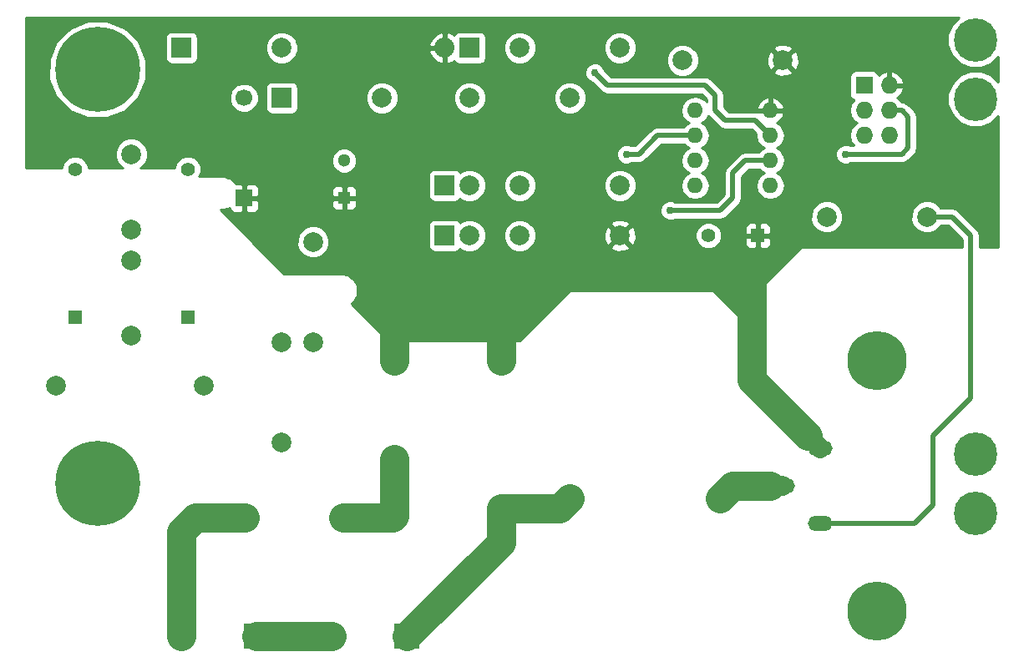
<source format=gbl>
G04 #@! TF.FileFunction,Copper,L2,Bot,Signal*
%FSLAX46Y46*%
G04 Gerber Fmt 4.6, Leading zero omitted, Abs format (unit mm)*
G04 Created by KiCad (PCBNEW 4.0.5+dfsg1-4) date Wed Mar 13 23:51:39 2019*
%MOMM*%
%LPD*%
G01*
G04 APERTURE LIST*
%ADD10C,0.100000*%
%ADD11O,1.600000X1.600000*%
%ADD12C,0.750000*%
%ADD13O,2.499360X1.501140*%
%ADD14C,1.998980*%
%ADD15R,1.400000X1.400000*%
%ADD16C,1.400000*%
%ADD17R,1.300000X1.300000*%
%ADD18C,1.300000*%
%ADD19C,1.699260*%
%ADD20R,1.699260X1.699260*%
%ADD21R,1.998980X1.998980*%
%ADD22R,2.000000X2.000000*%
%ADD23C,2.000000*%
%ADD24C,2.349500*%
%ADD25R,2.540000X2.540000*%
%ADD26C,2.540000*%
%ADD27C,5.999480*%
%ADD28C,4.400000*%
%ADD29C,0.600000*%
%ADD30C,8.600000*%
%ADD31C,0.700000*%
%ADD32R,2.032000X2.032000*%
%ADD33O,2.032000X2.032000*%
%ADD34R,1.727200X1.727200*%
%ADD35O,1.727200X1.727200*%
%ADD36C,3.000000*%
%ADD37C,2.000000*%
%ADD38C,0.500000*%
%ADD39C,0.254000*%
G04 APERTURE END LIST*
D10*
D11*
X127000000Y-83820000D03*
X127000000Y-86360000D03*
X127000000Y-88900000D03*
X127000000Y-91440000D03*
X134620000Y-91440000D03*
X134620000Y-88900000D03*
X134620000Y-86360000D03*
X134620000Y-83820000D03*
D12*
X131445000Y-101600000D03*
X132715000Y-111125000D03*
X130175000Y-86360000D03*
X125730000Y-95885000D03*
X112395000Y-96520000D03*
X113030000Y-87630000D03*
X97790000Y-94615000D03*
X103505000Y-93980000D03*
X104140000Y-86995000D03*
X98425000Y-85090000D03*
X108585000Y-83820000D03*
X120650000Y-83820000D03*
X121285000Y-74930000D03*
X151765000Y-74930000D03*
X123825000Y-90805000D03*
X128905000Y-91440000D03*
X123825000Y-80010000D03*
X124460000Y-84455000D03*
X125095000Y-87630000D03*
X148590000Y-77470000D03*
X128270000Y-76835000D03*
X130175000Y-80645000D03*
X141605000Y-82550000D03*
X132715000Y-86995000D03*
X132715000Y-90805000D03*
X146050000Y-90170000D03*
X152400000Y-87630000D03*
X156210000Y-93980000D03*
X145415000Y-95885000D03*
X102235000Y-104775000D03*
X91440000Y-99695000D03*
X76200000Y-85725000D03*
X79375000Y-79375000D03*
X71755000Y-76200000D03*
X60960000Y-76200000D03*
D13*
X135890000Y-121920000D03*
X139700000Y-118110000D03*
X139700000Y-125730000D03*
D14*
X114300000Y-123190000D03*
X129540000Y-123190000D03*
D15*
X75565000Y-104775000D03*
D16*
X75565000Y-89775000D03*
D15*
X64135000Y-104775000D03*
D16*
X64135000Y-89775000D03*
D17*
X91440000Y-92710000D03*
D18*
X91440000Y-88910000D03*
D15*
X133350000Y-96520000D03*
D16*
X128350000Y-96520000D03*
D15*
X107315000Y-124220000D03*
D16*
X107315000Y-109220000D03*
D19*
X81277460Y-82549480D03*
D20*
X81277460Y-92709480D03*
D14*
X85090000Y-77467460D03*
D21*
X74930000Y-77467460D03*
D14*
X95250000Y-82547460D03*
D21*
X85090000Y-82547460D03*
D22*
X101600000Y-96520000D03*
D23*
X104140000Y-96520000D03*
D22*
X101600000Y-91440000D03*
D23*
X104140000Y-91440000D03*
D24*
X91361260Y-125095000D03*
X96359980Y-125095000D03*
X81358740Y-125095000D03*
X76360020Y-125095000D03*
D25*
X82550000Y-137160000D03*
D26*
X74930000Y-137160000D03*
D25*
X97790000Y-137160000D03*
D26*
X90170000Y-137160000D03*
D14*
X77230000Y-111760000D03*
X62230000Y-111760000D03*
X119380000Y-96520000D03*
X109220000Y-96520000D03*
X119380000Y-91440000D03*
X109220000Y-91440000D03*
X119380000Y-77470000D03*
X109220000Y-77470000D03*
X114300000Y-82550000D03*
X104140000Y-82550000D03*
X88265000Y-107315000D03*
X88265000Y-97155000D03*
X85090000Y-117475000D03*
X85090000Y-107315000D03*
X125730000Y-78740000D03*
X135890000Y-78740000D03*
X150495000Y-94615000D03*
X140335000Y-94615000D03*
D27*
X145415000Y-109220000D03*
X145415000Y-134620000D03*
D28*
X155420000Y-124660000D03*
D29*
X157070000Y-124660000D03*
X156586726Y-125826726D03*
X155420000Y-126310000D03*
X154253274Y-125826726D03*
X153770000Y-124660000D03*
X154253274Y-123493274D03*
X155420000Y-123010000D03*
X156586726Y-123493274D03*
D28*
X155420000Y-118660000D03*
D29*
X157070000Y-118660000D03*
X156586726Y-119826726D03*
X155420000Y-120310000D03*
X154253274Y-119826726D03*
X153770000Y-118660000D03*
X154253274Y-117493274D03*
X155420000Y-117010000D03*
X156586726Y-117493274D03*
D28*
X155420000Y-76660000D03*
D29*
X157070000Y-76660000D03*
X156586726Y-77826726D03*
X155420000Y-78310000D03*
X154253274Y-77826726D03*
X153770000Y-76660000D03*
X154253274Y-75493274D03*
X155420000Y-75010000D03*
X156586726Y-75493274D03*
D28*
X155420000Y-82660000D03*
D29*
X157070000Y-82660000D03*
X156586726Y-83826726D03*
X155420000Y-84310000D03*
X154253274Y-83826726D03*
X153770000Y-82660000D03*
X154253274Y-81493274D03*
X155420000Y-81010000D03*
X156586726Y-81493274D03*
D14*
X69850000Y-106680000D03*
X69850000Y-99060000D03*
X69850000Y-95885000D03*
X69850000Y-88265000D03*
D30*
X66420000Y-79660000D03*
D31*
X69645000Y-79660000D03*
X68700419Y-81940419D03*
X66420000Y-82885000D03*
X64139581Y-81940419D03*
X63195000Y-79660000D03*
X64139581Y-77379581D03*
X66420000Y-76435000D03*
X68700419Y-77379581D03*
D30*
X66420000Y-121660000D03*
D31*
X69645000Y-121660000D03*
X68700419Y-123940419D03*
X66420000Y-124885000D03*
X64139581Y-123940419D03*
X63195000Y-121660000D03*
X64139581Y-119379581D03*
X66420000Y-118435000D03*
X68700419Y-119379581D03*
D32*
X104140000Y-77470000D03*
D33*
X101600000Y-77470000D03*
D34*
X144145000Y-81280000D03*
D35*
X146685000Y-81280000D03*
X144145000Y-83820000D03*
X146685000Y-83820000D03*
X144145000Y-86360000D03*
X146685000Y-86360000D03*
D15*
X96520000Y-119220000D03*
D16*
X96520000Y-109220000D03*
D12*
X60960000Y-87630000D03*
X120015000Y-88265000D03*
X142240000Y-88265000D03*
X124460000Y-93980000D03*
X116840000Y-80010000D03*
D36*
X132715000Y-104140000D02*
X128905000Y-100330000D01*
X138430000Y-116840000D02*
X132715000Y-111125000D01*
X132715000Y-111125000D02*
X132715000Y-104140000D01*
X132715000Y-104140000D02*
X132715000Y-100330000D01*
D37*
X139700000Y-118110000D02*
X138430000Y-116840000D01*
D36*
X107315000Y-109220000D02*
X107315000Y-105410000D01*
X96520000Y-109220000D02*
X96520000Y-105410000D01*
X107315000Y-124220000D02*
X107315000Y-127635000D01*
X107315000Y-127635000D02*
X97790000Y-137160000D01*
X107315000Y-124220000D02*
X113270000Y-124220000D01*
X113270000Y-124220000D02*
X114300000Y-123190000D01*
X134620000Y-121920000D02*
X130810000Y-121920000D01*
X130810000Y-121920000D02*
X129540000Y-123190000D01*
D37*
X135890000Y-121920000D02*
X134620000Y-121920000D01*
D36*
X96520000Y-119220000D02*
X96520000Y-124934980D01*
X96520000Y-124934980D02*
X96359980Y-125095000D01*
X91361260Y-125095000D02*
X96359980Y-125095000D01*
X76360020Y-125095000D02*
X81358740Y-125095000D01*
X74930000Y-137160000D02*
X74930000Y-126525020D01*
X74930000Y-126525020D02*
X76360020Y-125095000D01*
D38*
X127000000Y-86360000D02*
X123190000Y-86360000D01*
X123190000Y-86360000D02*
X121285000Y-88265000D01*
X121285000Y-88265000D02*
X120015000Y-88265000D01*
X146685000Y-83820000D02*
X147955000Y-83820000D01*
X147955000Y-83820000D02*
X148590000Y-84455000D01*
X148590000Y-84455000D02*
X148590000Y-87630000D01*
X148590000Y-87630000D02*
X147955000Y-88265000D01*
X147955000Y-88265000D02*
X142240000Y-88265000D01*
X130810000Y-90170000D02*
X130810000Y-92710000D01*
X132080000Y-88900000D02*
X134620000Y-88900000D01*
X130810000Y-90170000D02*
X132080000Y-88900000D01*
X129540000Y-93980000D02*
X130810000Y-92710000D01*
X124460000Y-93980000D02*
X129540000Y-93980000D01*
X134620000Y-86360000D02*
X133096000Y-84836000D01*
X133096000Y-84836000D02*
X130048000Y-84836000D01*
X130048000Y-84836000D02*
X129032000Y-83820000D01*
X129032000Y-83820000D02*
X129032000Y-82296000D01*
X129032000Y-82296000D02*
X128016000Y-81280000D01*
X128016000Y-81280000D02*
X118110000Y-81280000D01*
X118110000Y-81280000D02*
X116840000Y-80010000D01*
D36*
X82550000Y-137160000D02*
X90170000Y-137160000D01*
D38*
X151130000Y-116840000D02*
X151130000Y-123825000D01*
X151130000Y-123825000D02*
X149225000Y-125730000D01*
X149225000Y-125730000D02*
X139700000Y-125730000D01*
X154940000Y-113030000D02*
X154940000Y-96520000D01*
X151130000Y-116840000D02*
X154940000Y-113030000D01*
X154940000Y-96520000D02*
X153035000Y-94615000D01*
X153035000Y-94615000D02*
X150495000Y-94615000D01*
D39*
G36*
X153018005Y-75052005D02*
X152585493Y-76093610D01*
X152584509Y-77221442D01*
X153015202Y-78263801D01*
X153812005Y-79061995D01*
X154853610Y-79494507D01*
X155981442Y-79495491D01*
X157023801Y-79064798D01*
X157710000Y-78379795D01*
X157710000Y-80941201D01*
X157027995Y-80258005D01*
X155986390Y-79825493D01*
X154858558Y-79824509D01*
X153816199Y-80255202D01*
X153018005Y-81052005D01*
X152585493Y-82093610D01*
X152584509Y-83221442D01*
X153015202Y-84263801D01*
X153812005Y-85061995D01*
X154853610Y-85494507D01*
X155981442Y-85495491D01*
X157023801Y-85064798D01*
X157710000Y-84379795D01*
X157710000Y-97663000D01*
X155825000Y-97663000D01*
X155825000Y-96520005D01*
X155825001Y-96520000D01*
X155766903Y-96227927D01*
X155757633Y-96181325D01*
X155565790Y-95894210D01*
X155565787Y-95894208D01*
X153660790Y-93989210D01*
X153529309Y-93901358D01*
X153373675Y-93797367D01*
X153317484Y-93786190D01*
X153035000Y-93729999D01*
X153034995Y-93730000D01*
X151897847Y-93730000D01*
X151881462Y-93690345D01*
X151422073Y-93230154D01*
X150821547Y-92980794D01*
X150171306Y-92980226D01*
X149570345Y-93228538D01*
X149110154Y-93687927D01*
X148860794Y-94288453D01*
X148860226Y-94938694D01*
X149108538Y-95539655D01*
X149567927Y-95999846D01*
X150168453Y-96249206D01*
X150818694Y-96249774D01*
X151419655Y-96001462D01*
X151879846Y-95542073D01*
X151897316Y-95500000D01*
X152668420Y-95500000D01*
X154055000Y-96886579D01*
X154055000Y-97663000D01*
X137795000Y-97663000D01*
X137747211Y-97672334D01*
X137705197Y-97700197D01*
X133297394Y-102108000D01*
X114300000Y-102108000D01*
X114252211Y-102117334D01*
X114210197Y-102145197D01*
X109167394Y-107188000D01*
X95937606Y-107188000D01*
X92169896Y-103420290D01*
X92211561Y-103392451D01*
X92265986Y-103338026D01*
X92407451Y-103196562D01*
X92624223Y-102872138D01*
X92691778Y-102709046D01*
X92730238Y-102616196D01*
X92806358Y-102233514D01*
X92806358Y-101956486D01*
X92730238Y-101573804D01*
X92668136Y-101423877D01*
X92624223Y-101317862D01*
X92407451Y-100993438D01*
X92211562Y-100797550D01*
X92211561Y-100797549D01*
X91887138Y-100580776D01*
X91703368Y-100504657D01*
X91631196Y-100474762D01*
X91248513Y-100398642D01*
X91178584Y-100398642D01*
X91110000Y-100385000D01*
X85324606Y-100385000D01*
X82418300Y-97478694D01*
X86630226Y-97478694D01*
X86878538Y-98079655D01*
X87337927Y-98539846D01*
X87938453Y-98789206D01*
X88588694Y-98789774D01*
X89189655Y-98541462D01*
X89649846Y-98082073D01*
X89899206Y-97481547D01*
X89899774Y-96831306D01*
X89651462Y-96230345D01*
X89192073Y-95770154D01*
X88591547Y-95520794D01*
X87941306Y-95520226D01*
X87340345Y-95768538D01*
X86880154Y-96227927D01*
X86630794Y-96828453D01*
X86630226Y-97478694D01*
X82418300Y-97478694D01*
X80459606Y-95520000D01*
X99952560Y-95520000D01*
X99952560Y-97520000D01*
X99996838Y-97755317D01*
X100135910Y-97971441D01*
X100348110Y-98116431D01*
X100600000Y-98167440D01*
X102600000Y-98167440D01*
X102835317Y-98123162D01*
X103051441Y-97984090D01*
X103148910Y-97841439D01*
X103212637Y-97905278D01*
X103813352Y-98154716D01*
X104463795Y-98155284D01*
X105064943Y-97906894D01*
X105525278Y-97447363D01*
X105774716Y-96846648D01*
X105774718Y-96843694D01*
X107585226Y-96843694D01*
X107833538Y-97444655D01*
X108292927Y-97904846D01*
X108893453Y-98154206D01*
X109543694Y-98154774D01*
X110144655Y-97906462D01*
X110379363Y-97672163D01*
X118407443Y-97672163D01*
X118506042Y-97938965D01*
X119115582Y-98165401D01*
X119765377Y-98141341D01*
X120253958Y-97938965D01*
X120352557Y-97672163D01*
X119380000Y-96699605D01*
X118407443Y-97672163D01*
X110379363Y-97672163D01*
X110604846Y-97447073D01*
X110854206Y-96846547D01*
X110854722Y-96255582D01*
X117734599Y-96255582D01*
X117758659Y-96905377D01*
X117961035Y-97393958D01*
X118227837Y-97492557D01*
X119200395Y-96520000D01*
X119559605Y-96520000D01*
X120532163Y-97492557D01*
X120798965Y-97393958D01*
X121025401Y-96784418D01*
X121025400Y-96784383D01*
X127014769Y-96784383D01*
X127217582Y-97275229D01*
X127592796Y-97651098D01*
X128083287Y-97854768D01*
X128614383Y-97855231D01*
X129105229Y-97652418D01*
X129481098Y-97277204D01*
X129676863Y-96805750D01*
X132015000Y-96805750D01*
X132015000Y-97346310D01*
X132111673Y-97579699D01*
X132290302Y-97758327D01*
X132523691Y-97855000D01*
X133064250Y-97855000D01*
X133223000Y-97696250D01*
X133223000Y-96647000D01*
X133477000Y-96647000D01*
X133477000Y-97696250D01*
X133635750Y-97855000D01*
X134176309Y-97855000D01*
X134409698Y-97758327D01*
X134588327Y-97579699D01*
X134685000Y-97346310D01*
X134685000Y-96805750D01*
X134526250Y-96647000D01*
X133477000Y-96647000D01*
X133223000Y-96647000D01*
X132173750Y-96647000D01*
X132015000Y-96805750D01*
X129676863Y-96805750D01*
X129684768Y-96786713D01*
X129685231Y-96255617D01*
X129482418Y-95764771D01*
X129411461Y-95693690D01*
X132015000Y-95693690D01*
X132015000Y-96234250D01*
X132173750Y-96393000D01*
X133223000Y-96393000D01*
X133223000Y-95343750D01*
X133477000Y-95343750D01*
X133477000Y-96393000D01*
X134526250Y-96393000D01*
X134685000Y-96234250D01*
X134685000Y-95693690D01*
X134588327Y-95460301D01*
X134409698Y-95281673D01*
X134176309Y-95185000D01*
X133635750Y-95185000D01*
X133477000Y-95343750D01*
X133223000Y-95343750D01*
X133064250Y-95185000D01*
X132523691Y-95185000D01*
X132290302Y-95281673D01*
X132111673Y-95460301D01*
X132015000Y-95693690D01*
X129411461Y-95693690D01*
X129107204Y-95388902D01*
X128616713Y-95185232D01*
X128085617Y-95184769D01*
X127594771Y-95387582D01*
X127218902Y-95762796D01*
X127015232Y-96253287D01*
X127014769Y-96784383D01*
X121025400Y-96784383D01*
X121001341Y-96134623D01*
X120798965Y-95646042D01*
X120532163Y-95547443D01*
X119559605Y-96520000D01*
X119200395Y-96520000D01*
X118227837Y-95547443D01*
X117961035Y-95646042D01*
X117734599Y-96255582D01*
X110854722Y-96255582D01*
X110854774Y-96196306D01*
X110606462Y-95595345D01*
X110379351Y-95367837D01*
X118407443Y-95367837D01*
X119380000Y-96340395D01*
X120352557Y-95367837D01*
X120253958Y-95101035D01*
X119644418Y-94874599D01*
X118994623Y-94898659D01*
X118506042Y-95101035D01*
X118407443Y-95367837D01*
X110379351Y-95367837D01*
X110147073Y-95135154D01*
X109546547Y-94885794D01*
X108896306Y-94885226D01*
X108295345Y-95133538D01*
X107835154Y-95592927D01*
X107585794Y-96193453D01*
X107585226Y-96843694D01*
X105774718Y-96843694D01*
X105775284Y-96196205D01*
X105526894Y-95595057D01*
X105067363Y-95134722D01*
X104466648Y-94885284D01*
X103816205Y-94884716D01*
X103215057Y-95133106D01*
X103148426Y-95199621D01*
X103064090Y-95068559D01*
X102851890Y-94923569D01*
X102600000Y-94872560D01*
X100600000Y-94872560D01*
X100364683Y-94916838D01*
X100148559Y-95055910D01*
X100003569Y-95268110D01*
X99952560Y-95520000D01*
X80459606Y-95520000D01*
X78854606Y-93915000D01*
X79030000Y-93915000D01*
X79098584Y-93901358D01*
X79168513Y-93901358D01*
X79551196Y-93825238D01*
X79660458Y-93779980D01*
X79806877Y-93719332D01*
X79889503Y-93918808D01*
X80068131Y-94097437D01*
X80301520Y-94194110D01*
X80991710Y-94194110D01*
X81150460Y-94035360D01*
X81150460Y-92836480D01*
X81404460Y-92836480D01*
X81404460Y-94035360D01*
X81563210Y-94194110D01*
X82253400Y-94194110D01*
X82486789Y-94097437D01*
X82665417Y-93918808D01*
X82762090Y-93685419D01*
X82762090Y-92995750D01*
X90155000Y-92995750D01*
X90155000Y-93486309D01*
X90251673Y-93719698D01*
X90430301Y-93898327D01*
X90663690Y-93995000D01*
X91154250Y-93995000D01*
X91313000Y-93836250D01*
X91313000Y-92837000D01*
X91567000Y-92837000D01*
X91567000Y-93836250D01*
X91725750Y-93995000D01*
X92216310Y-93995000D01*
X92449699Y-93898327D01*
X92628327Y-93719698D01*
X92725000Y-93486309D01*
X92725000Y-92995750D01*
X92566250Y-92837000D01*
X91567000Y-92837000D01*
X91313000Y-92837000D01*
X90313750Y-92837000D01*
X90155000Y-92995750D01*
X82762090Y-92995750D01*
X82762090Y-92995230D01*
X82603340Y-92836480D01*
X81404460Y-92836480D01*
X81150460Y-92836480D01*
X81130460Y-92836480D01*
X81130460Y-92582480D01*
X81150460Y-92582480D01*
X81150460Y-91383600D01*
X81404460Y-91383600D01*
X81404460Y-92582480D01*
X82603340Y-92582480D01*
X82762090Y-92423730D01*
X82762090Y-91933691D01*
X90155000Y-91933691D01*
X90155000Y-92424250D01*
X90313750Y-92583000D01*
X91313000Y-92583000D01*
X91313000Y-91583750D01*
X91567000Y-91583750D01*
X91567000Y-92583000D01*
X92566250Y-92583000D01*
X92725000Y-92424250D01*
X92725000Y-91933691D01*
X92628327Y-91700302D01*
X92449699Y-91521673D01*
X92216310Y-91425000D01*
X91725750Y-91425000D01*
X91567000Y-91583750D01*
X91313000Y-91583750D01*
X91154250Y-91425000D01*
X90663690Y-91425000D01*
X90430301Y-91521673D01*
X90251673Y-91700302D01*
X90155000Y-91933691D01*
X82762090Y-91933691D01*
X82762090Y-91733541D01*
X82665417Y-91500152D01*
X82486789Y-91321523D01*
X82253400Y-91224850D01*
X81563210Y-91224850D01*
X81404460Y-91383600D01*
X81150460Y-91383600D01*
X80991710Y-91224850D01*
X80408575Y-91224850D01*
X80327451Y-91103438D01*
X80131562Y-90907550D01*
X80131561Y-90907549D01*
X79807138Y-90690776D01*
X79623368Y-90614657D01*
X79551196Y-90584762D01*
X79168513Y-90508642D01*
X79098584Y-90508642D01*
X79030000Y-90495000D01*
X76711546Y-90495000D01*
X76734384Y-90440000D01*
X99952560Y-90440000D01*
X99952560Y-92440000D01*
X99996838Y-92675317D01*
X100135910Y-92891441D01*
X100348110Y-93036431D01*
X100600000Y-93087440D01*
X102600000Y-93087440D01*
X102835317Y-93043162D01*
X103051441Y-92904090D01*
X103148910Y-92761439D01*
X103212637Y-92825278D01*
X103813352Y-93074716D01*
X104463795Y-93075284D01*
X105064943Y-92826894D01*
X105525278Y-92367363D01*
X105774716Y-91766648D01*
X105774718Y-91763694D01*
X107585226Y-91763694D01*
X107833538Y-92364655D01*
X108292927Y-92824846D01*
X108893453Y-93074206D01*
X109543694Y-93074774D01*
X110144655Y-92826462D01*
X110604846Y-92367073D01*
X110854206Y-91766547D01*
X110854208Y-91763694D01*
X117745226Y-91763694D01*
X117993538Y-92364655D01*
X118452927Y-92824846D01*
X119053453Y-93074206D01*
X119703694Y-93074774D01*
X120304655Y-92826462D01*
X120764846Y-92367073D01*
X121014206Y-91766547D01*
X121014774Y-91116306D01*
X120766462Y-90515345D01*
X120307073Y-90055154D01*
X119706547Y-89805794D01*
X119056306Y-89805226D01*
X118455345Y-90053538D01*
X117995154Y-90512927D01*
X117745794Y-91113453D01*
X117745226Y-91763694D01*
X110854208Y-91763694D01*
X110854774Y-91116306D01*
X110606462Y-90515345D01*
X110147073Y-90055154D01*
X109546547Y-89805794D01*
X108896306Y-89805226D01*
X108295345Y-90053538D01*
X107835154Y-90512927D01*
X107585794Y-91113453D01*
X107585226Y-91763694D01*
X105774718Y-91763694D01*
X105775284Y-91116205D01*
X105526894Y-90515057D01*
X105067363Y-90054722D01*
X104466648Y-89805284D01*
X103816205Y-89804716D01*
X103215057Y-90053106D01*
X103148426Y-90119621D01*
X103064090Y-89988559D01*
X102851890Y-89843569D01*
X102600000Y-89792560D01*
X100600000Y-89792560D01*
X100364683Y-89836838D01*
X100148559Y-89975910D01*
X100003569Y-90188110D01*
X99952560Y-90440000D01*
X76734384Y-90440000D01*
X76899768Y-90041713D01*
X76900231Y-89510617D01*
X76757211Y-89164481D01*
X90154777Y-89164481D01*
X90349995Y-89636943D01*
X90711155Y-89998735D01*
X91183276Y-90194777D01*
X91694481Y-90195223D01*
X92166943Y-90000005D01*
X92528735Y-89638845D01*
X92724777Y-89166724D01*
X92725223Y-88655519D01*
X92530005Y-88183057D01*
X92168845Y-87821265D01*
X91696724Y-87625223D01*
X91185519Y-87624777D01*
X90713057Y-87819995D01*
X90351265Y-88181155D01*
X90155223Y-88653276D01*
X90154777Y-89164481D01*
X76757211Y-89164481D01*
X76697418Y-89019771D01*
X76322204Y-88643902D01*
X75831713Y-88440232D01*
X75300617Y-88439769D01*
X74809771Y-88642582D01*
X74433902Y-89017796D01*
X74230232Y-89508287D01*
X74230098Y-89662000D01*
X70749151Y-89662000D01*
X70774655Y-89651462D01*
X71234846Y-89192073D01*
X71484206Y-88591547D01*
X71484774Y-87941306D01*
X71236462Y-87340345D01*
X70777073Y-86880154D01*
X70176547Y-86630794D01*
X69526306Y-86630226D01*
X68925345Y-86878538D01*
X68465154Y-87337927D01*
X68215794Y-87938453D01*
X68215226Y-88588694D01*
X68463538Y-89189655D01*
X68922927Y-89649846D01*
X68952197Y-89662000D01*
X65470099Y-89662000D01*
X65470231Y-89510617D01*
X65267418Y-89019771D01*
X64892204Y-88643902D01*
X64401713Y-88440232D01*
X63870617Y-88439769D01*
X63379771Y-88642582D01*
X63003902Y-89017796D01*
X62800232Y-89508287D01*
X62800098Y-89662000D01*
X59130000Y-89662000D01*
X59130000Y-80637325D01*
X61484146Y-80637325D01*
X62233871Y-82451801D01*
X63620897Y-83841250D01*
X65434061Y-84594141D01*
X67397325Y-84595854D01*
X69211801Y-83846129D01*
X70216185Y-82843496D01*
X79792572Y-82843496D01*
X80018118Y-83389357D01*
X80435386Y-83807354D01*
X80980853Y-84033852D01*
X81571476Y-84034368D01*
X82117337Y-83808822D01*
X82535334Y-83391554D01*
X82761832Y-82846087D01*
X82762348Y-82255464D01*
X82536802Y-81709603D01*
X82375451Y-81547970D01*
X83443070Y-81547970D01*
X83443070Y-83546950D01*
X83487348Y-83782267D01*
X83626420Y-83998391D01*
X83838620Y-84143381D01*
X84090510Y-84194390D01*
X86089490Y-84194390D01*
X86324807Y-84150112D01*
X86540931Y-84011040D01*
X86685921Y-83798840D01*
X86736930Y-83546950D01*
X86736930Y-82871154D01*
X93615226Y-82871154D01*
X93863538Y-83472115D01*
X94322927Y-83932306D01*
X94923453Y-84181666D01*
X95573694Y-84182234D01*
X96174655Y-83933922D01*
X96634846Y-83474533D01*
X96884206Y-82874007D01*
X96884206Y-82873694D01*
X102505226Y-82873694D01*
X102753538Y-83474655D01*
X103212927Y-83934846D01*
X103813453Y-84184206D01*
X104463694Y-84184774D01*
X105064655Y-83936462D01*
X105524846Y-83477073D01*
X105774206Y-82876547D01*
X105774208Y-82873694D01*
X112665226Y-82873694D01*
X112913538Y-83474655D01*
X113372927Y-83934846D01*
X113973453Y-84184206D01*
X114623694Y-84184774D01*
X115224655Y-83936462D01*
X115684846Y-83477073D01*
X115934206Y-82876547D01*
X115934774Y-82226306D01*
X115686462Y-81625345D01*
X115227073Y-81165154D01*
X114626547Y-80915794D01*
X113976306Y-80915226D01*
X113375345Y-81163538D01*
X112915154Y-81622927D01*
X112665794Y-82223453D01*
X112665226Y-82873694D01*
X105774208Y-82873694D01*
X105774774Y-82226306D01*
X105526462Y-81625345D01*
X105067073Y-81165154D01*
X104466547Y-80915794D01*
X103816306Y-80915226D01*
X103215345Y-81163538D01*
X102755154Y-81622927D01*
X102505794Y-82223453D01*
X102505226Y-82873694D01*
X96884206Y-82873694D01*
X96884774Y-82223766D01*
X96636462Y-81622805D01*
X96177073Y-81162614D01*
X95576547Y-80913254D01*
X94926306Y-80912686D01*
X94325345Y-81160998D01*
X93865154Y-81620387D01*
X93615794Y-82220913D01*
X93615226Y-82871154D01*
X86736930Y-82871154D01*
X86736930Y-81547970D01*
X86692652Y-81312653D01*
X86553580Y-81096529D01*
X86341380Y-80951539D01*
X86089490Y-80900530D01*
X84090510Y-80900530D01*
X83855193Y-80944808D01*
X83639069Y-81083880D01*
X83494079Y-81296080D01*
X83443070Y-81547970D01*
X82375451Y-81547970D01*
X82119534Y-81291606D01*
X81574067Y-81065108D01*
X80983444Y-81064592D01*
X80437583Y-81290138D01*
X80019586Y-81707406D01*
X79793088Y-82252873D01*
X79792572Y-82843496D01*
X70216185Y-82843496D01*
X70601250Y-82459103D01*
X71354141Y-80645939D01*
X71354521Y-80210020D01*
X115829825Y-80210020D01*
X115983264Y-80581372D01*
X116267134Y-80865737D01*
X116569860Y-80991440D01*
X117484208Y-81905787D01*
X117484210Y-81905790D01*
X117660528Y-82023601D01*
X117771325Y-82097633D01*
X118110000Y-82165001D01*
X118110005Y-82165000D01*
X127649420Y-82165000D01*
X128147000Y-82662579D01*
X128147000Y-82961232D01*
X128042811Y-82805302D01*
X127577264Y-82494233D01*
X127028113Y-82385000D01*
X126971887Y-82385000D01*
X126422736Y-82494233D01*
X125957189Y-82805302D01*
X125646120Y-83270849D01*
X125536887Y-83820000D01*
X125646120Y-84369151D01*
X125957189Y-84834698D01*
X126339275Y-85090000D01*
X125957189Y-85345302D01*
X125870527Y-85475000D01*
X123190005Y-85475000D01*
X123190000Y-85474999D01*
X122907516Y-85531190D01*
X122851325Y-85542367D01*
X122564210Y-85734210D01*
X122564208Y-85734213D01*
X120918420Y-87380000D01*
X120517393Y-87380000D01*
X120216783Y-87255176D01*
X119814980Y-87254825D01*
X119443628Y-87408264D01*
X119159263Y-87692134D01*
X119005176Y-88063217D01*
X119004825Y-88465020D01*
X119158264Y-88836372D01*
X119442134Y-89120737D01*
X119813217Y-89274824D01*
X120215020Y-89275175D01*
X120517968Y-89150000D01*
X121284995Y-89150000D01*
X121285000Y-89150001D01*
X121567484Y-89093810D01*
X121623675Y-89082633D01*
X121910790Y-88890790D01*
X123556579Y-87245000D01*
X125870527Y-87245000D01*
X125957189Y-87374698D01*
X126339275Y-87630000D01*
X125957189Y-87885302D01*
X125646120Y-88350849D01*
X125536887Y-88900000D01*
X125646120Y-89449151D01*
X125957189Y-89914698D01*
X126339275Y-90170000D01*
X125957189Y-90425302D01*
X125646120Y-90890849D01*
X125536887Y-91440000D01*
X125646120Y-91989151D01*
X125957189Y-92454698D01*
X126422736Y-92765767D01*
X126971887Y-92875000D01*
X127028113Y-92875000D01*
X127577264Y-92765767D01*
X128042811Y-92454698D01*
X128353880Y-91989151D01*
X128463113Y-91440000D01*
X128353880Y-90890849D01*
X128042811Y-90425302D01*
X127660725Y-90170000D01*
X128042811Y-89914698D01*
X128353880Y-89449151D01*
X128463113Y-88900000D01*
X128353880Y-88350849D01*
X128042811Y-87885302D01*
X127660725Y-87630000D01*
X128042811Y-87374698D01*
X128353880Y-86909151D01*
X128463113Y-86360000D01*
X128353880Y-85810849D01*
X128042811Y-85345302D01*
X127660725Y-85090000D01*
X128042811Y-84834698D01*
X128353880Y-84369151D01*
X128354137Y-84367857D01*
X128406210Y-84445790D01*
X129422208Y-85461787D01*
X129422210Y-85461790D01*
X129709325Y-85653633D01*
X129765516Y-85664810D01*
X130048000Y-85721001D01*
X130048005Y-85721000D01*
X132729420Y-85721000D01*
X133191983Y-86183562D01*
X133156887Y-86360000D01*
X133266120Y-86909151D01*
X133577189Y-87374698D01*
X133959275Y-87630000D01*
X133577189Y-87885302D01*
X133490527Y-88015000D01*
X132080005Y-88015000D01*
X132080000Y-88014999D01*
X131741325Y-88082367D01*
X131454210Y-88274210D01*
X131454208Y-88274213D01*
X130184210Y-89544210D01*
X129992367Y-89831325D01*
X129989932Y-89843569D01*
X129924999Y-90170000D01*
X129925000Y-90170005D01*
X129925000Y-92343421D01*
X129173420Y-93095000D01*
X124962393Y-93095000D01*
X124661783Y-92970176D01*
X124259980Y-92969825D01*
X123888628Y-93123264D01*
X123604263Y-93407134D01*
X123450176Y-93778217D01*
X123449825Y-94180020D01*
X123603264Y-94551372D01*
X123887134Y-94835737D01*
X124258217Y-94989824D01*
X124660020Y-94990175D01*
X124784614Y-94938694D01*
X138700226Y-94938694D01*
X138948538Y-95539655D01*
X139407927Y-95999846D01*
X140008453Y-96249206D01*
X140658694Y-96249774D01*
X141259655Y-96001462D01*
X141719846Y-95542073D01*
X141969206Y-94941547D01*
X141969774Y-94291306D01*
X141721462Y-93690345D01*
X141262073Y-93230154D01*
X140661547Y-92980794D01*
X140011306Y-92980226D01*
X139410345Y-93228538D01*
X138950154Y-93687927D01*
X138700794Y-94288453D01*
X138700226Y-94938694D01*
X124784614Y-94938694D01*
X124962968Y-94865000D01*
X129539995Y-94865000D01*
X129540000Y-94865001D01*
X129822484Y-94808810D01*
X129878675Y-94797633D01*
X130165790Y-94605790D01*
X131435787Y-93335792D01*
X131435790Y-93335790D01*
X131627633Y-93048675D01*
X131628730Y-93043162D01*
X131695001Y-92710000D01*
X131695000Y-92709995D01*
X131695000Y-90536580D01*
X132446579Y-89785000D01*
X133490527Y-89785000D01*
X133577189Y-89914698D01*
X133959275Y-90170000D01*
X133577189Y-90425302D01*
X133266120Y-90890849D01*
X133156887Y-91440000D01*
X133266120Y-91989151D01*
X133577189Y-92454698D01*
X134042736Y-92765767D01*
X134591887Y-92875000D01*
X134648113Y-92875000D01*
X135197264Y-92765767D01*
X135662811Y-92454698D01*
X135973880Y-91989151D01*
X136083113Y-91440000D01*
X135973880Y-90890849D01*
X135662811Y-90425302D01*
X135280725Y-90170000D01*
X135662811Y-89914698D01*
X135973880Y-89449151D01*
X136083113Y-88900000D01*
X135996591Y-88465020D01*
X141229825Y-88465020D01*
X141383264Y-88836372D01*
X141667134Y-89120737D01*
X142038217Y-89274824D01*
X142440020Y-89275175D01*
X142742968Y-89150000D01*
X147954995Y-89150000D01*
X147955000Y-89150001D01*
X148237484Y-89093810D01*
X148293675Y-89082633D01*
X148580790Y-88890790D01*
X149215787Y-88255792D01*
X149215790Y-88255790D01*
X149376680Y-88015000D01*
X149407634Y-87968674D01*
X149475001Y-87630000D01*
X149475000Y-87629995D01*
X149475000Y-84455005D01*
X149475001Y-84455000D01*
X149407634Y-84116326D01*
X149243158Y-83870170D01*
X149215790Y-83829210D01*
X149215787Y-83829208D01*
X148580790Y-83194210D01*
X148413718Y-83082577D01*
X148293675Y-83002367D01*
X148237484Y-82991190D01*
X147955000Y-82934999D01*
X147954995Y-82935000D01*
X147890740Y-82935000D01*
X147774029Y-82760330D01*
X147450772Y-82544336D01*
X147573490Y-82486821D01*
X147967688Y-82054947D01*
X148139958Y-81639026D01*
X148018817Y-81407000D01*
X146812000Y-81407000D01*
X146812000Y-81427000D01*
X146558000Y-81427000D01*
X146558000Y-81407000D01*
X146538000Y-81407000D01*
X146538000Y-81153000D01*
X146558000Y-81153000D01*
X146558000Y-79945531D01*
X146812000Y-79945531D01*
X146812000Y-81153000D01*
X148018817Y-81153000D01*
X148139958Y-80920974D01*
X147967688Y-80505053D01*
X147573490Y-80073179D01*
X147044027Y-79825032D01*
X146812000Y-79945531D01*
X146558000Y-79945531D01*
X146325973Y-79825032D01*
X145796510Y-80073179D01*
X145626505Y-80259433D01*
X145611762Y-80181083D01*
X145472690Y-79964959D01*
X145260490Y-79819969D01*
X145008600Y-79768960D01*
X143281400Y-79768960D01*
X143046083Y-79813238D01*
X142829959Y-79952310D01*
X142684969Y-80164510D01*
X142633960Y-80416400D01*
X142633960Y-82143600D01*
X142678238Y-82378917D01*
X142817310Y-82595041D01*
X143029510Y-82740031D01*
X143073131Y-82748864D01*
X143055971Y-82760330D01*
X142731115Y-83246511D01*
X142617041Y-83820000D01*
X142731115Y-84393489D01*
X143055971Y-84879670D01*
X143370752Y-85090000D01*
X143055971Y-85300330D01*
X142731115Y-85786511D01*
X142617041Y-86360000D01*
X142731115Y-86933489D01*
X143029464Y-87380000D01*
X142742393Y-87380000D01*
X142441783Y-87255176D01*
X142039980Y-87254825D01*
X141668628Y-87408264D01*
X141384263Y-87692134D01*
X141230176Y-88063217D01*
X141229825Y-88465020D01*
X135996591Y-88465020D01*
X135973880Y-88350849D01*
X135662811Y-87885302D01*
X135280725Y-87630000D01*
X135662811Y-87374698D01*
X135973880Y-86909151D01*
X136083113Y-86360000D01*
X135973880Y-85810849D01*
X135662811Y-85345302D01*
X135258297Y-85075014D01*
X135475134Y-84972389D01*
X135851041Y-84557423D01*
X136011904Y-84169039D01*
X135889915Y-83947000D01*
X134747000Y-83947000D01*
X134747000Y-83967000D01*
X134493000Y-83967000D01*
X134493000Y-83947000D01*
X133350085Y-83947000D01*
X133323072Y-83996168D01*
X133096000Y-83950999D01*
X133095995Y-83951000D01*
X130414579Y-83951000D01*
X129934541Y-83470961D01*
X133228096Y-83470961D01*
X133350085Y-83693000D01*
X134493000Y-83693000D01*
X134493000Y-82549371D01*
X134747000Y-82549371D01*
X134747000Y-83693000D01*
X135889915Y-83693000D01*
X136011904Y-83470961D01*
X135851041Y-83082577D01*
X135475134Y-82667611D01*
X134969041Y-82428086D01*
X134747000Y-82549371D01*
X134493000Y-82549371D01*
X134270959Y-82428086D01*
X133764866Y-82667611D01*
X133388959Y-83082577D01*
X133228096Y-83470961D01*
X129934541Y-83470961D01*
X129917000Y-83453420D01*
X129917000Y-82296005D01*
X129917001Y-82296000D01*
X129849633Y-81957326D01*
X129849633Y-81957325D01*
X129657790Y-81670210D01*
X129657787Y-81670208D01*
X128641790Y-80654210D01*
X128354675Y-80462367D01*
X128298484Y-80451190D01*
X128016000Y-80394999D01*
X128015995Y-80395000D01*
X118476579Y-80395000D01*
X117821035Y-79739455D01*
X117696736Y-79438628D01*
X117412866Y-79154263D01*
X117041783Y-79000176D01*
X116639980Y-78999825D01*
X116268628Y-79153264D01*
X115984263Y-79437134D01*
X115830176Y-79808217D01*
X115829825Y-80210020D01*
X71354521Y-80210020D01*
X71355854Y-78682675D01*
X70606129Y-76868199D01*
X70206598Y-76467970D01*
X73283070Y-76467970D01*
X73283070Y-78466950D01*
X73327348Y-78702267D01*
X73466420Y-78918391D01*
X73678620Y-79063381D01*
X73930510Y-79114390D01*
X75929490Y-79114390D01*
X76164807Y-79070112D01*
X76380931Y-78931040D01*
X76525921Y-78718840D01*
X76576930Y-78466950D01*
X76576930Y-77791154D01*
X83455226Y-77791154D01*
X83703538Y-78392115D01*
X84162927Y-78852306D01*
X84763453Y-79101666D01*
X85413694Y-79102234D01*
X86014655Y-78853922D01*
X86474846Y-78394533D01*
X86699732Y-77852946D01*
X99994017Y-77852946D01*
X100262812Y-78438379D01*
X100735182Y-78876385D01*
X101217056Y-79075975D01*
X101473000Y-78956836D01*
X101473000Y-77597000D01*
X100112633Y-77597000D01*
X99994017Y-77852946D01*
X86699732Y-77852946D01*
X86724206Y-77794007D01*
X86724774Y-77143766D01*
X86701342Y-77087054D01*
X99994017Y-77087054D01*
X100112633Y-77343000D01*
X101473000Y-77343000D01*
X101473000Y-75983164D01*
X101727000Y-75983164D01*
X101727000Y-77343000D01*
X101747000Y-77343000D01*
X101747000Y-77597000D01*
X101727000Y-77597000D01*
X101727000Y-78956836D01*
X101982944Y-79075975D01*
X102464818Y-78876385D01*
X102562398Y-78785903D01*
X102659910Y-78937441D01*
X102872110Y-79082431D01*
X103124000Y-79133440D01*
X105156000Y-79133440D01*
X105391317Y-79089162D01*
X105607441Y-78950090D01*
X105752431Y-78737890D01*
X105803440Y-78486000D01*
X105803440Y-77793694D01*
X107585226Y-77793694D01*
X107833538Y-78394655D01*
X108292927Y-78854846D01*
X108893453Y-79104206D01*
X109543694Y-79104774D01*
X110144655Y-78856462D01*
X110604846Y-78397073D01*
X110854206Y-77796547D01*
X110854208Y-77793694D01*
X117745226Y-77793694D01*
X117993538Y-78394655D01*
X118452927Y-78854846D01*
X119053453Y-79104206D01*
X119703694Y-79104774D01*
X119803115Y-79063694D01*
X124095226Y-79063694D01*
X124343538Y-79664655D01*
X124802927Y-80124846D01*
X125403453Y-80374206D01*
X126053694Y-80374774D01*
X126654655Y-80126462D01*
X126889363Y-79892163D01*
X134917443Y-79892163D01*
X135016042Y-80158965D01*
X135625582Y-80385401D01*
X136275377Y-80361341D01*
X136763958Y-80158965D01*
X136862557Y-79892163D01*
X135890000Y-78919605D01*
X134917443Y-79892163D01*
X126889363Y-79892163D01*
X127114846Y-79667073D01*
X127364206Y-79066547D01*
X127364722Y-78475582D01*
X134244599Y-78475582D01*
X134268659Y-79125377D01*
X134471035Y-79613958D01*
X134737837Y-79712557D01*
X135710395Y-78740000D01*
X136069605Y-78740000D01*
X137042163Y-79712557D01*
X137308965Y-79613958D01*
X137535401Y-79004418D01*
X137511341Y-78354623D01*
X137308965Y-77866042D01*
X137042163Y-77767443D01*
X136069605Y-78740000D01*
X135710395Y-78740000D01*
X134737837Y-77767443D01*
X134471035Y-77866042D01*
X134244599Y-78475582D01*
X127364722Y-78475582D01*
X127364774Y-78416306D01*
X127116462Y-77815345D01*
X126889351Y-77587837D01*
X134917443Y-77587837D01*
X135890000Y-78560395D01*
X136862557Y-77587837D01*
X136763958Y-77321035D01*
X136154418Y-77094599D01*
X135504623Y-77118659D01*
X135016042Y-77321035D01*
X134917443Y-77587837D01*
X126889351Y-77587837D01*
X126657073Y-77355154D01*
X126056547Y-77105794D01*
X125406306Y-77105226D01*
X124805345Y-77353538D01*
X124345154Y-77812927D01*
X124095794Y-78413453D01*
X124095226Y-79063694D01*
X119803115Y-79063694D01*
X120304655Y-78856462D01*
X120764846Y-78397073D01*
X121014206Y-77796547D01*
X121014774Y-77146306D01*
X120766462Y-76545345D01*
X120307073Y-76085154D01*
X119706547Y-75835794D01*
X119056306Y-75835226D01*
X118455345Y-76083538D01*
X117995154Y-76542927D01*
X117745794Y-77143453D01*
X117745226Y-77793694D01*
X110854208Y-77793694D01*
X110854774Y-77146306D01*
X110606462Y-76545345D01*
X110147073Y-76085154D01*
X109546547Y-75835794D01*
X108896306Y-75835226D01*
X108295345Y-76083538D01*
X107835154Y-76542927D01*
X107585794Y-77143453D01*
X107585226Y-77793694D01*
X105803440Y-77793694D01*
X105803440Y-76454000D01*
X105759162Y-76218683D01*
X105620090Y-76002559D01*
X105407890Y-75857569D01*
X105156000Y-75806560D01*
X103124000Y-75806560D01*
X102888683Y-75850838D01*
X102672559Y-75989910D01*
X102561160Y-76152948D01*
X102464818Y-76063615D01*
X101982944Y-75864025D01*
X101727000Y-75983164D01*
X101473000Y-75983164D01*
X101217056Y-75864025D01*
X100735182Y-76063615D01*
X100262812Y-76501621D01*
X99994017Y-77087054D01*
X86701342Y-77087054D01*
X86476462Y-76542805D01*
X86017073Y-76082614D01*
X85416547Y-75833254D01*
X84766306Y-75832686D01*
X84165345Y-76080998D01*
X83705154Y-76540387D01*
X83455794Y-77140913D01*
X83455226Y-77791154D01*
X76576930Y-77791154D01*
X76576930Y-76467970D01*
X76532652Y-76232653D01*
X76393580Y-76016529D01*
X76181380Y-75871539D01*
X75929490Y-75820530D01*
X73930510Y-75820530D01*
X73695193Y-75864808D01*
X73479069Y-76003880D01*
X73334079Y-76216080D01*
X73283070Y-76467970D01*
X70206598Y-76467970D01*
X69219103Y-75478750D01*
X67405939Y-74725859D01*
X65442675Y-74724146D01*
X63628199Y-75473871D01*
X62238750Y-76860897D01*
X61485859Y-78674061D01*
X61484146Y-80637325D01*
X59130000Y-80637325D01*
X59130000Y-74370000D01*
X153701201Y-74370000D01*
X153018005Y-75052005D01*
X153018005Y-75052005D01*
G37*
X153018005Y-75052005D02*
X152585493Y-76093610D01*
X152584509Y-77221442D01*
X153015202Y-78263801D01*
X153812005Y-79061995D01*
X154853610Y-79494507D01*
X155981442Y-79495491D01*
X157023801Y-79064798D01*
X157710000Y-78379795D01*
X157710000Y-80941201D01*
X157027995Y-80258005D01*
X155986390Y-79825493D01*
X154858558Y-79824509D01*
X153816199Y-80255202D01*
X153018005Y-81052005D01*
X152585493Y-82093610D01*
X152584509Y-83221442D01*
X153015202Y-84263801D01*
X153812005Y-85061995D01*
X154853610Y-85494507D01*
X155981442Y-85495491D01*
X157023801Y-85064798D01*
X157710000Y-84379795D01*
X157710000Y-97663000D01*
X155825000Y-97663000D01*
X155825000Y-96520005D01*
X155825001Y-96520000D01*
X155766903Y-96227927D01*
X155757633Y-96181325D01*
X155565790Y-95894210D01*
X155565787Y-95894208D01*
X153660790Y-93989210D01*
X153529309Y-93901358D01*
X153373675Y-93797367D01*
X153317484Y-93786190D01*
X153035000Y-93729999D01*
X153034995Y-93730000D01*
X151897847Y-93730000D01*
X151881462Y-93690345D01*
X151422073Y-93230154D01*
X150821547Y-92980794D01*
X150171306Y-92980226D01*
X149570345Y-93228538D01*
X149110154Y-93687927D01*
X148860794Y-94288453D01*
X148860226Y-94938694D01*
X149108538Y-95539655D01*
X149567927Y-95999846D01*
X150168453Y-96249206D01*
X150818694Y-96249774D01*
X151419655Y-96001462D01*
X151879846Y-95542073D01*
X151897316Y-95500000D01*
X152668420Y-95500000D01*
X154055000Y-96886579D01*
X154055000Y-97663000D01*
X137795000Y-97663000D01*
X137747211Y-97672334D01*
X137705197Y-97700197D01*
X133297394Y-102108000D01*
X114300000Y-102108000D01*
X114252211Y-102117334D01*
X114210197Y-102145197D01*
X109167394Y-107188000D01*
X95937606Y-107188000D01*
X92169896Y-103420290D01*
X92211561Y-103392451D01*
X92265986Y-103338026D01*
X92407451Y-103196562D01*
X92624223Y-102872138D01*
X92691778Y-102709046D01*
X92730238Y-102616196D01*
X92806358Y-102233514D01*
X92806358Y-101956486D01*
X92730238Y-101573804D01*
X92668136Y-101423877D01*
X92624223Y-101317862D01*
X92407451Y-100993438D01*
X92211562Y-100797550D01*
X92211561Y-100797549D01*
X91887138Y-100580776D01*
X91703368Y-100504657D01*
X91631196Y-100474762D01*
X91248513Y-100398642D01*
X91178584Y-100398642D01*
X91110000Y-100385000D01*
X85324606Y-100385000D01*
X82418300Y-97478694D01*
X86630226Y-97478694D01*
X86878538Y-98079655D01*
X87337927Y-98539846D01*
X87938453Y-98789206D01*
X88588694Y-98789774D01*
X89189655Y-98541462D01*
X89649846Y-98082073D01*
X89899206Y-97481547D01*
X89899774Y-96831306D01*
X89651462Y-96230345D01*
X89192073Y-95770154D01*
X88591547Y-95520794D01*
X87941306Y-95520226D01*
X87340345Y-95768538D01*
X86880154Y-96227927D01*
X86630794Y-96828453D01*
X86630226Y-97478694D01*
X82418300Y-97478694D01*
X80459606Y-95520000D01*
X99952560Y-95520000D01*
X99952560Y-97520000D01*
X99996838Y-97755317D01*
X100135910Y-97971441D01*
X100348110Y-98116431D01*
X100600000Y-98167440D01*
X102600000Y-98167440D01*
X102835317Y-98123162D01*
X103051441Y-97984090D01*
X103148910Y-97841439D01*
X103212637Y-97905278D01*
X103813352Y-98154716D01*
X104463795Y-98155284D01*
X105064943Y-97906894D01*
X105525278Y-97447363D01*
X105774716Y-96846648D01*
X105774718Y-96843694D01*
X107585226Y-96843694D01*
X107833538Y-97444655D01*
X108292927Y-97904846D01*
X108893453Y-98154206D01*
X109543694Y-98154774D01*
X110144655Y-97906462D01*
X110379363Y-97672163D01*
X118407443Y-97672163D01*
X118506042Y-97938965D01*
X119115582Y-98165401D01*
X119765377Y-98141341D01*
X120253958Y-97938965D01*
X120352557Y-97672163D01*
X119380000Y-96699605D01*
X118407443Y-97672163D01*
X110379363Y-97672163D01*
X110604846Y-97447073D01*
X110854206Y-96846547D01*
X110854722Y-96255582D01*
X117734599Y-96255582D01*
X117758659Y-96905377D01*
X117961035Y-97393958D01*
X118227837Y-97492557D01*
X119200395Y-96520000D01*
X119559605Y-96520000D01*
X120532163Y-97492557D01*
X120798965Y-97393958D01*
X121025401Y-96784418D01*
X121025400Y-96784383D01*
X127014769Y-96784383D01*
X127217582Y-97275229D01*
X127592796Y-97651098D01*
X128083287Y-97854768D01*
X128614383Y-97855231D01*
X129105229Y-97652418D01*
X129481098Y-97277204D01*
X129676863Y-96805750D01*
X132015000Y-96805750D01*
X132015000Y-97346310D01*
X132111673Y-97579699D01*
X132290302Y-97758327D01*
X132523691Y-97855000D01*
X133064250Y-97855000D01*
X133223000Y-97696250D01*
X133223000Y-96647000D01*
X133477000Y-96647000D01*
X133477000Y-97696250D01*
X133635750Y-97855000D01*
X134176309Y-97855000D01*
X134409698Y-97758327D01*
X134588327Y-97579699D01*
X134685000Y-97346310D01*
X134685000Y-96805750D01*
X134526250Y-96647000D01*
X133477000Y-96647000D01*
X133223000Y-96647000D01*
X132173750Y-96647000D01*
X132015000Y-96805750D01*
X129676863Y-96805750D01*
X129684768Y-96786713D01*
X129685231Y-96255617D01*
X129482418Y-95764771D01*
X129411461Y-95693690D01*
X132015000Y-95693690D01*
X132015000Y-96234250D01*
X132173750Y-96393000D01*
X133223000Y-96393000D01*
X133223000Y-95343750D01*
X133477000Y-95343750D01*
X133477000Y-96393000D01*
X134526250Y-96393000D01*
X134685000Y-96234250D01*
X134685000Y-95693690D01*
X134588327Y-95460301D01*
X134409698Y-95281673D01*
X134176309Y-95185000D01*
X133635750Y-95185000D01*
X133477000Y-95343750D01*
X133223000Y-95343750D01*
X133064250Y-95185000D01*
X132523691Y-95185000D01*
X132290302Y-95281673D01*
X132111673Y-95460301D01*
X132015000Y-95693690D01*
X129411461Y-95693690D01*
X129107204Y-95388902D01*
X128616713Y-95185232D01*
X128085617Y-95184769D01*
X127594771Y-95387582D01*
X127218902Y-95762796D01*
X127015232Y-96253287D01*
X127014769Y-96784383D01*
X121025400Y-96784383D01*
X121001341Y-96134623D01*
X120798965Y-95646042D01*
X120532163Y-95547443D01*
X119559605Y-96520000D01*
X119200395Y-96520000D01*
X118227837Y-95547443D01*
X117961035Y-95646042D01*
X117734599Y-96255582D01*
X110854722Y-96255582D01*
X110854774Y-96196306D01*
X110606462Y-95595345D01*
X110379351Y-95367837D01*
X118407443Y-95367837D01*
X119380000Y-96340395D01*
X120352557Y-95367837D01*
X120253958Y-95101035D01*
X119644418Y-94874599D01*
X118994623Y-94898659D01*
X118506042Y-95101035D01*
X118407443Y-95367837D01*
X110379351Y-95367837D01*
X110147073Y-95135154D01*
X109546547Y-94885794D01*
X108896306Y-94885226D01*
X108295345Y-95133538D01*
X107835154Y-95592927D01*
X107585794Y-96193453D01*
X107585226Y-96843694D01*
X105774718Y-96843694D01*
X105775284Y-96196205D01*
X105526894Y-95595057D01*
X105067363Y-95134722D01*
X104466648Y-94885284D01*
X103816205Y-94884716D01*
X103215057Y-95133106D01*
X103148426Y-95199621D01*
X103064090Y-95068559D01*
X102851890Y-94923569D01*
X102600000Y-94872560D01*
X100600000Y-94872560D01*
X100364683Y-94916838D01*
X100148559Y-95055910D01*
X100003569Y-95268110D01*
X99952560Y-95520000D01*
X80459606Y-95520000D01*
X78854606Y-93915000D01*
X79030000Y-93915000D01*
X79098584Y-93901358D01*
X79168513Y-93901358D01*
X79551196Y-93825238D01*
X79660458Y-93779980D01*
X79806877Y-93719332D01*
X79889503Y-93918808D01*
X80068131Y-94097437D01*
X80301520Y-94194110D01*
X80991710Y-94194110D01*
X81150460Y-94035360D01*
X81150460Y-92836480D01*
X81404460Y-92836480D01*
X81404460Y-94035360D01*
X81563210Y-94194110D01*
X82253400Y-94194110D01*
X82486789Y-94097437D01*
X82665417Y-93918808D01*
X82762090Y-93685419D01*
X82762090Y-92995750D01*
X90155000Y-92995750D01*
X90155000Y-93486309D01*
X90251673Y-93719698D01*
X90430301Y-93898327D01*
X90663690Y-93995000D01*
X91154250Y-93995000D01*
X91313000Y-93836250D01*
X91313000Y-92837000D01*
X91567000Y-92837000D01*
X91567000Y-93836250D01*
X91725750Y-93995000D01*
X92216310Y-93995000D01*
X92449699Y-93898327D01*
X92628327Y-93719698D01*
X92725000Y-93486309D01*
X92725000Y-92995750D01*
X92566250Y-92837000D01*
X91567000Y-92837000D01*
X91313000Y-92837000D01*
X90313750Y-92837000D01*
X90155000Y-92995750D01*
X82762090Y-92995750D01*
X82762090Y-92995230D01*
X82603340Y-92836480D01*
X81404460Y-92836480D01*
X81150460Y-92836480D01*
X81130460Y-92836480D01*
X81130460Y-92582480D01*
X81150460Y-92582480D01*
X81150460Y-91383600D01*
X81404460Y-91383600D01*
X81404460Y-92582480D01*
X82603340Y-92582480D01*
X82762090Y-92423730D01*
X82762090Y-91933691D01*
X90155000Y-91933691D01*
X90155000Y-92424250D01*
X90313750Y-92583000D01*
X91313000Y-92583000D01*
X91313000Y-91583750D01*
X91567000Y-91583750D01*
X91567000Y-92583000D01*
X92566250Y-92583000D01*
X92725000Y-92424250D01*
X92725000Y-91933691D01*
X92628327Y-91700302D01*
X92449699Y-91521673D01*
X92216310Y-91425000D01*
X91725750Y-91425000D01*
X91567000Y-91583750D01*
X91313000Y-91583750D01*
X91154250Y-91425000D01*
X90663690Y-91425000D01*
X90430301Y-91521673D01*
X90251673Y-91700302D01*
X90155000Y-91933691D01*
X82762090Y-91933691D01*
X82762090Y-91733541D01*
X82665417Y-91500152D01*
X82486789Y-91321523D01*
X82253400Y-91224850D01*
X81563210Y-91224850D01*
X81404460Y-91383600D01*
X81150460Y-91383600D01*
X80991710Y-91224850D01*
X80408575Y-91224850D01*
X80327451Y-91103438D01*
X80131562Y-90907550D01*
X80131561Y-90907549D01*
X79807138Y-90690776D01*
X79623368Y-90614657D01*
X79551196Y-90584762D01*
X79168513Y-90508642D01*
X79098584Y-90508642D01*
X79030000Y-90495000D01*
X76711546Y-90495000D01*
X76734384Y-90440000D01*
X99952560Y-90440000D01*
X99952560Y-92440000D01*
X99996838Y-92675317D01*
X100135910Y-92891441D01*
X100348110Y-93036431D01*
X100600000Y-93087440D01*
X102600000Y-93087440D01*
X102835317Y-93043162D01*
X103051441Y-92904090D01*
X103148910Y-92761439D01*
X103212637Y-92825278D01*
X103813352Y-93074716D01*
X104463795Y-93075284D01*
X105064943Y-92826894D01*
X105525278Y-92367363D01*
X105774716Y-91766648D01*
X105774718Y-91763694D01*
X107585226Y-91763694D01*
X107833538Y-92364655D01*
X108292927Y-92824846D01*
X108893453Y-93074206D01*
X109543694Y-93074774D01*
X110144655Y-92826462D01*
X110604846Y-92367073D01*
X110854206Y-91766547D01*
X110854208Y-91763694D01*
X117745226Y-91763694D01*
X117993538Y-92364655D01*
X118452927Y-92824846D01*
X119053453Y-93074206D01*
X119703694Y-93074774D01*
X120304655Y-92826462D01*
X120764846Y-92367073D01*
X121014206Y-91766547D01*
X121014774Y-91116306D01*
X120766462Y-90515345D01*
X120307073Y-90055154D01*
X119706547Y-89805794D01*
X119056306Y-89805226D01*
X118455345Y-90053538D01*
X117995154Y-90512927D01*
X117745794Y-91113453D01*
X117745226Y-91763694D01*
X110854208Y-91763694D01*
X110854774Y-91116306D01*
X110606462Y-90515345D01*
X110147073Y-90055154D01*
X109546547Y-89805794D01*
X108896306Y-89805226D01*
X108295345Y-90053538D01*
X107835154Y-90512927D01*
X107585794Y-91113453D01*
X107585226Y-91763694D01*
X105774718Y-91763694D01*
X105775284Y-91116205D01*
X105526894Y-90515057D01*
X105067363Y-90054722D01*
X104466648Y-89805284D01*
X103816205Y-89804716D01*
X103215057Y-90053106D01*
X103148426Y-90119621D01*
X103064090Y-89988559D01*
X102851890Y-89843569D01*
X102600000Y-89792560D01*
X100600000Y-89792560D01*
X100364683Y-89836838D01*
X100148559Y-89975910D01*
X100003569Y-90188110D01*
X99952560Y-90440000D01*
X76734384Y-90440000D01*
X76899768Y-90041713D01*
X76900231Y-89510617D01*
X76757211Y-89164481D01*
X90154777Y-89164481D01*
X90349995Y-89636943D01*
X90711155Y-89998735D01*
X91183276Y-90194777D01*
X91694481Y-90195223D01*
X92166943Y-90000005D01*
X92528735Y-89638845D01*
X92724777Y-89166724D01*
X92725223Y-88655519D01*
X92530005Y-88183057D01*
X92168845Y-87821265D01*
X91696724Y-87625223D01*
X91185519Y-87624777D01*
X90713057Y-87819995D01*
X90351265Y-88181155D01*
X90155223Y-88653276D01*
X90154777Y-89164481D01*
X76757211Y-89164481D01*
X76697418Y-89019771D01*
X76322204Y-88643902D01*
X75831713Y-88440232D01*
X75300617Y-88439769D01*
X74809771Y-88642582D01*
X74433902Y-89017796D01*
X74230232Y-89508287D01*
X74230098Y-89662000D01*
X70749151Y-89662000D01*
X70774655Y-89651462D01*
X71234846Y-89192073D01*
X71484206Y-88591547D01*
X71484774Y-87941306D01*
X71236462Y-87340345D01*
X70777073Y-86880154D01*
X70176547Y-86630794D01*
X69526306Y-86630226D01*
X68925345Y-86878538D01*
X68465154Y-87337927D01*
X68215794Y-87938453D01*
X68215226Y-88588694D01*
X68463538Y-89189655D01*
X68922927Y-89649846D01*
X68952197Y-89662000D01*
X65470099Y-89662000D01*
X65470231Y-89510617D01*
X65267418Y-89019771D01*
X64892204Y-88643902D01*
X64401713Y-88440232D01*
X63870617Y-88439769D01*
X63379771Y-88642582D01*
X63003902Y-89017796D01*
X62800232Y-89508287D01*
X62800098Y-89662000D01*
X59130000Y-89662000D01*
X59130000Y-80637325D01*
X61484146Y-80637325D01*
X62233871Y-82451801D01*
X63620897Y-83841250D01*
X65434061Y-84594141D01*
X67397325Y-84595854D01*
X69211801Y-83846129D01*
X70216185Y-82843496D01*
X79792572Y-82843496D01*
X80018118Y-83389357D01*
X80435386Y-83807354D01*
X80980853Y-84033852D01*
X81571476Y-84034368D01*
X82117337Y-83808822D01*
X82535334Y-83391554D01*
X82761832Y-82846087D01*
X82762348Y-82255464D01*
X82536802Y-81709603D01*
X82375451Y-81547970D01*
X83443070Y-81547970D01*
X83443070Y-83546950D01*
X83487348Y-83782267D01*
X83626420Y-83998391D01*
X83838620Y-84143381D01*
X84090510Y-84194390D01*
X86089490Y-84194390D01*
X86324807Y-84150112D01*
X86540931Y-84011040D01*
X86685921Y-83798840D01*
X86736930Y-83546950D01*
X86736930Y-82871154D01*
X93615226Y-82871154D01*
X93863538Y-83472115D01*
X94322927Y-83932306D01*
X94923453Y-84181666D01*
X95573694Y-84182234D01*
X96174655Y-83933922D01*
X96634846Y-83474533D01*
X96884206Y-82874007D01*
X96884206Y-82873694D01*
X102505226Y-82873694D01*
X102753538Y-83474655D01*
X103212927Y-83934846D01*
X103813453Y-84184206D01*
X104463694Y-84184774D01*
X105064655Y-83936462D01*
X105524846Y-83477073D01*
X105774206Y-82876547D01*
X105774208Y-82873694D01*
X112665226Y-82873694D01*
X112913538Y-83474655D01*
X113372927Y-83934846D01*
X113973453Y-84184206D01*
X114623694Y-84184774D01*
X115224655Y-83936462D01*
X115684846Y-83477073D01*
X115934206Y-82876547D01*
X115934774Y-82226306D01*
X115686462Y-81625345D01*
X115227073Y-81165154D01*
X114626547Y-80915794D01*
X113976306Y-80915226D01*
X113375345Y-81163538D01*
X112915154Y-81622927D01*
X112665794Y-82223453D01*
X112665226Y-82873694D01*
X105774208Y-82873694D01*
X105774774Y-82226306D01*
X105526462Y-81625345D01*
X105067073Y-81165154D01*
X104466547Y-80915794D01*
X103816306Y-80915226D01*
X103215345Y-81163538D01*
X102755154Y-81622927D01*
X102505794Y-82223453D01*
X102505226Y-82873694D01*
X96884206Y-82873694D01*
X96884774Y-82223766D01*
X96636462Y-81622805D01*
X96177073Y-81162614D01*
X95576547Y-80913254D01*
X94926306Y-80912686D01*
X94325345Y-81160998D01*
X93865154Y-81620387D01*
X93615794Y-82220913D01*
X93615226Y-82871154D01*
X86736930Y-82871154D01*
X86736930Y-81547970D01*
X86692652Y-81312653D01*
X86553580Y-81096529D01*
X86341380Y-80951539D01*
X86089490Y-80900530D01*
X84090510Y-80900530D01*
X83855193Y-80944808D01*
X83639069Y-81083880D01*
X83494079Y-81296080D01*
X83443070Y-81547970D01*
X82375451Y-81547970D01*
X82119534Y-81291606D01*
X81574067Y-81065108D01*
X80983444Y-81064592D01*
X80437583Y-81290138D01*
X80019586Y-81707406D01*
X79793088Y-82252873D01*
X79792572Y-82843496D01*
X70216185Y-82843496D01*
X70601250Y-82459103D01*
X71354141Y-80645939D01*
X71354521Y-80210020D01*
X115829825Y-80210020D01*
X115983264Y-80581372D01*
X116267134Y-80865737D01*
X116569860Y-80991440D01*
X117484208Y-81905787D01*
X117484210Y-81905790D01*
X117660528Y-82023601D01*
X117771325Y-82097633D01*
X118110000Y-82165001D01*
X118110005Y-82165000D01*
X127649420Y-82165000D01*
X128147000Y-82662579D01*
X128147000Y-82961232D01*
X128042811Y-82805302D01*
X127577264Y-82494233D01*
X127028113Y-82385000D01*
X126971887Y-82385000D01*
X126422736Y-82494233D01*
X125957189Y-82805302D01*
X125646120Y-83270849D01*
X125536887Y-83820000D01*
X125646120Y-84369151D01*
X125957189Y-84834698D01*
X126339275Y-85090000D01*
X125957189Y-85345302D01*
X125870527Y-85475000D01*
X123190005Y-85475000D01*
X123190000Y-85474999D01*
X122907516Y-85531190D01*
X122851325Y-85542367D01*
X122564210Y-85734210D01*
X122564208Y-85734213D01*
X120918420Y-87380000D01*
X120517393Y-87380000D01*
X120216783Y-87255176D01*
X119814980Y-87254825D01*
X119443628Y-87408264D01*
X119159263Y-87692134D01*
X119005176Y-88063217D01*
X119004825Y-88465020D01*
X119158264Y-88836372D01*
X119442134Y-89120737D01*
X119813217Y-89274824D01*
X120215020Y-89275175D01*
X120517968Y-89150000D01*
X121284995Y-89150000D01*
X121285000Y-89150001D01*
X121567484Y-89093810D01*
X121623675Y-89082633D01*
X121910790Y-88890790D01*
X123556579Y-87245000D01*
X125870527Y-87245000D01*
X125957189Y-87374698D01*
X126339275Y-87630000D01*
X125957189Y-87885302D01*
X125646120Y-88350849D01*
X125536887Y-88900000D01*
X125646120Y-89449151D01*
X125957189Y-89914698D01*
X126339275Y-90170000D01*
X125957189Y-90425302D01*
X125646120Y-90890849D01*
X125536887Y-91440000D01*
X125646120Y-91989151D01*
X125957189Y-92454698D01*
X126422736Y-92765767D01*
X126971887Y-92875000D01*
X127028113Y-92875000D01*
X127577264Y-92765767D01*
X128042811Y-92454698D01*
X128353880Y-91989151D01*
X128463113Y-91440000D01*
X128353880Y-90890849D01*
X128042811Y-90425302D01*
X127660725Y-90170000D01*
X128042811Y-89914698D01*
X128353880Y-89449151D01*
X128463113Y-88900000D01*
X128353880Y-88350849D01*
X128042811Y-87885302D01*
X127660725Y-87630000D01*
X128042811Y-87374698D01*
X128353880Y-86909151D01*
X128463113Y-86360000D01*
X128353880Y-85810849D01*
X128042811Y-85345302D01*
X127660725Y-85090000D01*
X128042811Y-84834698D01*
X128353880Y-84369151D01*
X128354137Y-84367857D01*
X128406210Y-84445790D01*
X129422208Y-85461787D01*
X129422210Y-85461790D01*
X129709325Y-85653633D01*
X129765516Y-85664810D01*
X130048000Y-85721001D01*
X130048005Y-85721000D01*
X132729420Y-85721000D01*
X133191983Y-86183562D01*
X133156887Y-86360000D01*
X133266120Y-86909151D01*
X133577189Y-87374698D01*
X133959275Y-87630000D01*
X133577189Y-87885302D01*
X133490527Y-88015000D01*
X132080005Y-88015000D01*
X132080000Y-88014999D01*
X131741325Y-88082367D01*
X131454210Y-88274210D01*
X131454208Y-88274213D01*
X130184210Y-89544210D01*
X129992367Y-89831325D01*
X129989932Y-89843569D01*
X129924999Y-90170000D01*
X129925000Y-90170005D01*
X129925000Y-92343421D01*
X129173420Y-93095000D01*
X124962393Y-93095000D01*
X124661783Y-92970176D01*
X124259980Y-92969825D01*
X123888628Y-93123264D01*
X123604263Y-93407134D01*
X123450176Y-93778217D01*
X123449825Y-94180020D01*
X123603264Y-94551372D01*
X123887134Y-94835737D01*
X124258217Y-94989824D01*
X124660020Y-94990175D01*
X124784614Y-94938694D01*
X138700226Y-94938694D01*
X138948538Y-95539655D01*
X139407927Y-95999846D01*
X140008453Y-96249206D01*
X140658694Y-96249774D01*
X141259655Y-96001462D01*
X141719846Y-95542073D01*
X141969206Y-94941547D01*
X141969774Y-94291306D01*
X141721462Y-93690345D01*
X141262073Y-93230154D01*
X140661547Y-92980794D01*
X140011306Y-92980226D01*
X139410345Y-93228538D01*
X138950154Y-93687927D01*
X138700794Y-94288453D01*
X138700226Y-94938694D01*
X124784614Y-94938694D01*
X124962968Y-94865000D01*
X129539995Y-94865000D01*
X129540000Y-94865001D01*
X129822484Y-94808810D01*
X129878675Y-94797633D01*
X130165790Y-94605790D01*
X131435787Y-93335792D01*
X131435790Y-93335790D01*
X131627633Y-93048675D01*
X131628730Y-93043162D01*
X131695001Y-92710000D01*
X131695000Y-92709995D01*
X131695000Y-90536580D01*
X132446579Y-89785000D01*
X133490527Y-89785000D01*
X133577189Y-89914698D01*
X133959275Y-90170000D01*
X133577189Y-90425302D01*
X133266120Y-90890849D01*
X133156887Y-91440000D01*
X133266120Y-91989151D01*
X133577189Y-92454698D01*
X134042736Y-92765767D01*
X134591887Y-92875000D01*
X134648113Y-92875000D01*
X135197264Y-92765767D01*
X135662811Y-92454698D01*
X135973880Y-91989151D01*
X136083113Y-91440000D01*
X135973880Y-90890849D01*
X135662811Y-90425302D01*
X135280725Y-90170000D01*
X135662811Y-89914698D01*
X135973880Y-89449151D01*
X136083113Y-88900000D01*
X135996591Y-88465020D01*
X141229825Y-88465020D01*
X141383264Y-88836372D01*
X141667134Y-89120737D01*
X142038217Y-89274824D01*
X142440020Y-89275175D01*
X142742968Y-89150000D01*
X147954995Y-89150000D01*
X147955000Y-89150001D01*
X148237484Y-89093810D01*
X148293675Y-89082633D01*
X148580790Y-88890790D01*
X149215787Y-88255792D01*
X149215790Y-88255790D01*
X149376680Y-88015000D01*
X149407634Y-87968674D01*
X149475001Y-87630000D01*
X149475000Y-87629995D01*
X149475000Y-84455005D01*
X149475001Y-84455000D01*
X149407634Y-84116326D01*
X149243158Y-83870170D01*
X149215790Y-83829210D01*
X149215787Y-83829208D01*
X148580790Y-83194210D01*
X148413718Y-83082577D01*
X148293675Y-83002367D01*
X148237484Y-82991190D01*
X147955000Y-82934999D01*
X147954995Y-82935000D01*
X147890740Y-82935000D01*
X147774029Y-82760330D01*
X147450772Y-82544336D01*
X147573490Y-82486821D01*
X147967688Y-82054947D01*
X148139958Y-81639026D01*
X148018817Y-81407000D01*
X146812000Y-81407000D01*
X146812000Y-81427000D01*
X146558000Y-81427000D01*
X146558000Y-81407000D01*
X146538000Y-81407000D01*
X146538000Y-81153000D01*
X146558000Y-81153000D01*
X146558000Y-79945531D01*
X146812000Y-79945531D01*
X146812000Y-81153000D01*
X148018817Y-81153000D01*
X148139958Y-80920974D01*
X147967688Y-80505053D01*
X147573490Y-80073179D01*
X147044027Y-79825032D01*
X146812000Y-79945531D01*
X146558000Y-79945531D01*
X146325973Y-79825032D01*
X145796510Y-80073179D01*
X145626505Y-80259433D01*
X145611762Y-80181083D01*
X145472690Y-79964959D01*
X145260490Y-79819969D01*
X145008600Y-79768960D01*
X143281400Y-79768960D01*
X143046083Y-79813238D01*
X142829959Y-79952310D01*
X142684969Y-80164510D01*
X142633960Y-80416400D01*
X142633960Y-82143600D01*
X142678238Y-82378917D01*
X142817310Y-82595041D01*
X143029510Y-82740031D01*
X143073131Y-82748864D01*
X143055971Y-82760330D01*
X142731115Y-83246511D01*
X142617041Y-83820000D01*
X142731115Y-84393489D01*
X143055971Y-84879670D01*
X143370752Y-85090000D01*
X143055971Y-85300330D01*
X142731115Y-85786511D01*
X142617041Y-86360000D01*
X142731115Y-86933489D01*
X143029464Y-87380000D01*
X142742393Y-87380000D01*
X142441783Y-87255176D01*
X142039980Y-87254825D01*
X141668628Y-87408264D01*
X141384263Y-87692134D01*
X141230176Y-88063217D01*
X141229825Y-88465020D01*
X135996591Y-88465020D01*
X135973880Y-88350849D01*
X135662811Y-87885302D01*
X135280725Y-87630000D01*
X135662811Y-87374698D01*
X135973880Y-86909151D01*
X136083113Y-86360000D01*
X135973880Y-85810849D01*
X135662811Y-85345302D01*
X135258297Y-85075014D01*
X135475134Y-84972389D01*
X135851041Y-84557423D01*
X136011904Y-84169039D01*
X135889915Y-83947000D01*
X134747000Y-83947000D01*
X134747000Y-83967000D01*
X134493000Y-83967000D01*
X134493000Y-83947000D01*
X133350085Y-83947000D01*
X133323072Y-83996168D01*
X133096000Y-83950999D01*
X133095995Y-83951000D01*
X130414579Y-83951000D01*
X129934541Y-83470961D01*
X133228096Y-83470961D01*
X133350085Y-83693000D01*
X134493000Y-83693000D01*
X134493000Y-82549371D01*
X134747000Y-82549371D01*
X134747000Y-83693000D01*
X135889915Y-83693000D01*
X136011904Y-83470961D01*
X135851041Y-83082577D01*
X135475134Y-82667611D01*
X134969041Y-82428086D01*
X134747000Y-82549371D01*
X134493000Y-82549371D01*
X134270959Y-82428086D01*
X133764866Y-82667611D01*
X133388959Y-83082577D01*
X133228096Y-83470961D01*
X129934541Y-83470961D01*
X129917000Y-83453420D01*
X129917000Y-82296005D01*
X129917001Y-82296000D01*
X129849633Y-81957326D01*
X129849633Y-81957325D01*
X129657790Y-81670210D01*
X129657787Y-81670208D01*
X128641790Y-80654210D01*
X128354675Y-80462367D01*
X128298484Y-80451190D01*
X128016000Y-80394999D01*
X128015995Y-80395000D01*
X118476579Y-80395000D01*
X117821035Y-79739455D01*
X117696736Y-79438628D01*
X117412866Y-79154263D01*
X117041783Y-79000176D01*
X116639980Y-78999825D01*
X116268628Y-79153264D01*
X115984263Y-79437134D01*
X115830176Y-79808217D01*
X115829825Y-80210020D01*
X71354521Y-80210020D01*
X71355854Y-78682675D01*
X70606129Y-76868199D01*
X70206598Y-76467970D01*
X73283070Y-76467970D01*
X73283070Y-78466950D01*
X73327348Y-78702267D01*
X73466420Y-78918391D01*
X73678620Y-79063381D01*
X73930510Y-79114390D01*
X75929490Y-79114390D01*
X76164807Y-79070112D01*
X76380931Y-78931040D01*
X76525921Y-78718840D01*
X76576930Y-78466950D01*
X76576930Y-77791154D01*
X83455226Y-77791154D01*
X83703538Y-78392115D01*
X84162927Y-78852306D01*
X84763453Y-79101666D01*
X85413694Y-79102234D01*
X86014655Y-78853922D01*
X86474846Y-78394533D01*
X86699732Y-77852946D01*
X99994017Y-77852946D01*
X100262812Y-78438379D01*
X100735182Y-78876385D01*
X101217056Y-79075975D01*
X101473000Y-78956836D01*
X101473000Y-77597000D01*
X100112633Y-77597000D01*
X99994017Y-77852946D01*
X86699732Y-77852946D01*
X86724206Y-77794007D01*
X86724774Y-77143766D01*
X86701342Y-77087054D01*
X99994017Y-77087054D01*
X100112633Y-77343000D01*
X101473000Y-77343000D01*
X101473000Y-75983164D01*
X101727000Y-75983164D01*
X101727000Y-77343000D01*
X101747000Y-77343000D01*
X101747000Y-77597000D01*
X101727000Y-77597000D01*
X101727000Y-78956836D01*
X101982944Y-79075975D01*
X102464818Y-78876385D01*
X102562398Y-78785903D01*
X102659910Y-78937441D01*
X102872110Y-79082431D01*
X103124000Y-79133440D01*
X105156000Y-79133440D01*
X105391317Y-79089162D01*
X105607441Y-78950090D01*
X105752431Y-78737890D01*
X105803440Y-78486000D01*
X105803440Y-77793694D01*
X107585226Y-77793694D01*
X107833538Y-78394655D01*
X108292927Y-78854846D01*
X108893453Y-79104206D01*
X109543694Y-79104774D01*
X110144655Y-78856462D01*
X110604846Y-78397073D01*
X110854206Y-77796547D01*
X110854208Y-77793694D01*
X117745226Y-77793694D01*
X117993538Y-78394655D01*
X118452927Y-78854846D01*
X119053453Y-79104206D01*
X119703694Y-79104774D01*
X119803115Y-79063694D01*
X124095226Y-79063694D01*
X124343538Y-79664655D01*
X124802927Y-80124846D01*
X125403453Y-80374206D01*
X126053694Y-80374774D01*
X126654655Y-80126462D01*
X126889363Y-79892163D01*
X134917443Y-79892163D01*
X135016042Y-80158965D01*
X135625582Y-80385401D01*
X136275377Y-80361341D01*
X136763958Y-80158965D01*
X136862557Y-79892163D01*
X135890000Y-78919605D01*
X134917443Y-79892163D01*
X126889363Y-79892163D01*
X127114846Y-79667073D01*
X127364206Y-79066547D01*
X127364722Y-78475582D01*
X134244599Y-78475582D01*
X134268659Y-79125377D01*
X134471035Y-79613958D01*
X134737837Y-79712557D01*
X135710395Y-78740000D01*
X136069605Y-78740000D01*
X137042163Y-79712557D01*
X137308965Y-79613958D01*
X137535401Y-79004418D01*
X137511341Y-78354623D01*
X137308965Y-77866042D01*
X137042163Y-77767443D01*
X136069605Y-78740000D01*
X135710395Y-78740000D01*
X134737837Y-77767443D01*
X134471035Y-77866042D01*
X134244599Y-78475582D01*
X127364722Y-78475582D01*
X127364774Y-78416306D01*
X127116462Y-77815345D01*
X126889351Y-77587837D01*
X134917443Y-77587837D01*
X135890000Y-78560395D01*
X136862557Y-77587837D01*
X136763958Y-77321035D01*
X136154418Y-77094599D01*
X135504623Y-77118659D01*
X135016042Y-77321035D01*
X134917443Y-77587837D01*
X126889351Y-77587837D01*
X126657073Y-77355154D01*
X126056547Y-77105794D01*
X125406306Y-77105226D01*
X124805345Y-77353538D01*
X124345154Y-77812927D01*
X124095794Y-78413453D01*
X124095226Y-79063694D01*
X119803115Y-79063694D01*
X120304655Y-78856462D01*
X120764846Y-78397073D01*
X121014206Y-77796547D01*
X121014774Y-77146306D01*
X120766462Y-76545345D01*
X120307073Y-76085154D01*
X119706547Y-75835794D01*
X119056306Y-75835226D01*
X118455345Y-76083538D01*
X117995154Y-76542927D01*
X117745794Y-77143453D01*
X117745226Y-77793694D01*
X110854208Y-77793694D01*
X110854774Y-77146306D01*
X110606462Y-76545345D01*
X110147073Y-76085154D01*
X109546547Y-75835794D01*
X108896306Y-75835226D01*
X108295345Y-76083538D01*
X107835154Y-76542927D01*
X107585794Y-77143453D01*
X107585226Y-77793694D01*
X105803440Y-77793694D01*
X105803440Y-76454000D01*
X105759162Y-76218683D01*
X105620090Y-76002559D01*
X105407890Y-75857569D01*
X105156000Y-75806560D01*
X103124000Y-75806560D01*
X102888683Y-75850838D01*
X102672559Y-75989910D01*
X102561160Y-76152948D01*
X102464818Y-76063615D01*
X101982944Y-75864025D01*
X101727000Y-75983164D01*
X101473000Y-75983164D01*
X101217056Y-75864025D01*
X100735182Y-76063615D01*
X100262812Y-76501621D01*
X99994017Y-77087054D01*
X86701342Y-77087054D01*
X86476462Y-76542805D01*
X86017073Y-76082614D01*
X85416547Y-75833254D01*
X84766306Y-75832686D01*
X84165345Y-76080998D01*
X83705154Y-76540387D01*
X83455794Y-77140913D01*
X83455226Y-77791154D01*
X76576930Y-77791154D01*
X76576930Y-76467970D01*
X76532652Y-76232653D01*
X76393580Y-76016529D01*
X76181380Y-75871539D01*
X75929490Y-75820530D01*
X73930510Y-75820530D01*
X73695193Y-75864808D01*
X73479069Y-76003880D01*
X73334079Y-76216080D01*
X73283070Y-76467970D01*
X70206598Y-76467970D01*
X69219103Y-75478750D01*
X67405939Y-74725859D01*
X65442675Y-74724146D01*
X63628199Y-75473871D01*
X62238750Y-76860897D01*
X61485859Y-78674061D01*
X61484146Y-80637325D01*
X59130000Y-80637325D01*
X59130000Y-74370000D01*
X153701201Y-74370000D01*
X153018005Y-75052005D01*
M02*

</source>
